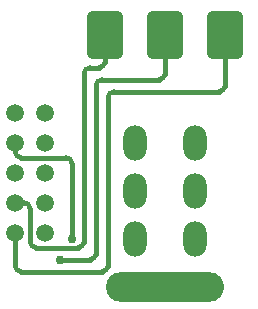
<source format=gtl>
G04*
G04 #@! TF.GenerationSoftware,Altium Limited,Altium Designer,18.1.7 (191)*
G04*
G04 Layer_Physical_Order=1*
G04 Layer_Color=255*
%FSLAX24Y24*%
%MOIN*%
G70*
G01*
G75*
%ADD14C,0.0150*%
G04:AMPARAMS|DCode=15|XSize=118.1mil|YSize=157.5mil|CornerRadius=14.8mil|HoleSize=0mil|Usage=FLASHONLY|Rotation=0.000|XOffset=0mil|YOffset=0mil|HoleType=Round|Shape=RoundedRectangle|*
%AMROUNDEDRECTD15*
21,1,0.1181,0.1280,0,0,0.0*
21,1,0.0886,0.1575,0,0,0.0*
1,1,0.0295,0.0443,-0.0640*
1,1,0.0295,-0.0443,-0.0640*
1,1,0.0295,-0.0443,0.0640*
1,1,0.0295,0.0443,0.0640*
%
%ADD15ROUNDEDRECTD15*%
%ADD16O,0.0787X0.1181*%
%ADD17O,0.3937X0.0984*%
%ADD18C,0.0591*%
%ADD19C,0.0300*%
D14*
X1300Y3800D02*
G03*
X1100Y4000I-200J0D01*
G01*
X2900Y2500D02*
G03*
X3100Y2700I0J200D01*
G01*
X1300D02*
G03*
X1500Y2500I200J0D01*
G01*
X800Y1900D02*
G03*
X1000Y1700I200J0D01*
G01*
X4100Y7700D02*
G03*
X3900Y7500I0J-200D01*
G01*
X3700Y1700D02*
G03*
X3900Y1900I0J200D01*
G01*
X7600Y7700D02*
G03*
X7800Y7900I0J200D01*
G01*
X3300Y2100D02*
G03*
X3500Y2300I0J200D01*
G01*
X3700Y8100D02*
G03*
X3500Y7900I0J-200D01*
G01*
X5600Y8100D02*
G03*
X5800Y8300I0J200D01*
G01*
X3300Y8500D02*
G03*
X3100Y8300I0J-200D01*
G01*
X3600Y8500D02*
G03*
X3800Y8700I0J200D01*
G01*
X2700Y5300D02*
G03*
X2500Y5500I-200J0D01*
G01*
X800Y5700D02*
G03*
X1000Y5500I200J0D01*
G01*
X800Y4000D02*
X1100D01*
X1500Y2500D02*
X2900D01*
X1300Y2700D02*
Y3800D01*
X1000Y1700D02*
X3700D01*
X800Y1900D02*
Y3000D01*
X4100Y7700D02*
X7600D01*
X3900Y1900D02*
Y7500D01*
X2300Y2100D02*
X3300D01*
X3700Y8100D02*
X5600D01*
X3500Y2300D02*
Y7900D01*
X3100Y2700D02*
Y8300D01*
X3300Y8500D02*
X3600D01*
X3800Y8700D02*
Y9600D01*
X5800Y8300D02*
Y9600D01*
X2700Y2800D02*
Y5300D01*
X1000Y5500D02*
X2500D01*
X800Y5700D02*
Y6000D01*
X7800Y7900D02*
Y9600D01*
D15*
X3800D02*
D03*
X5800D02*
D03*
X7800D02*
D03*
D16*
X4800Y6000D02*
D03*
X6800D02*
D03*
Y4400D02*
D03*
X4800D02*
D03*
Y2800D02*
D03*
X6800D02*
D03*
D17*
X5800Y1189D02*
D03*
D18*
X800Y3000D02*
D03*
Y4000D02*
D03*
Y5000D02*
D03*
Y6000D02*
D03*
Y7000D02*
D03*
X1800D02*
D03*
Y6000D02*
D03*
Y5000D02*
D03*
Y4000D02*
D03*
Y3000D02*
D03*
D19*
X2700Y2800D02*
D03*
X2300Y2100D02*
D03*
M02*

</source>
